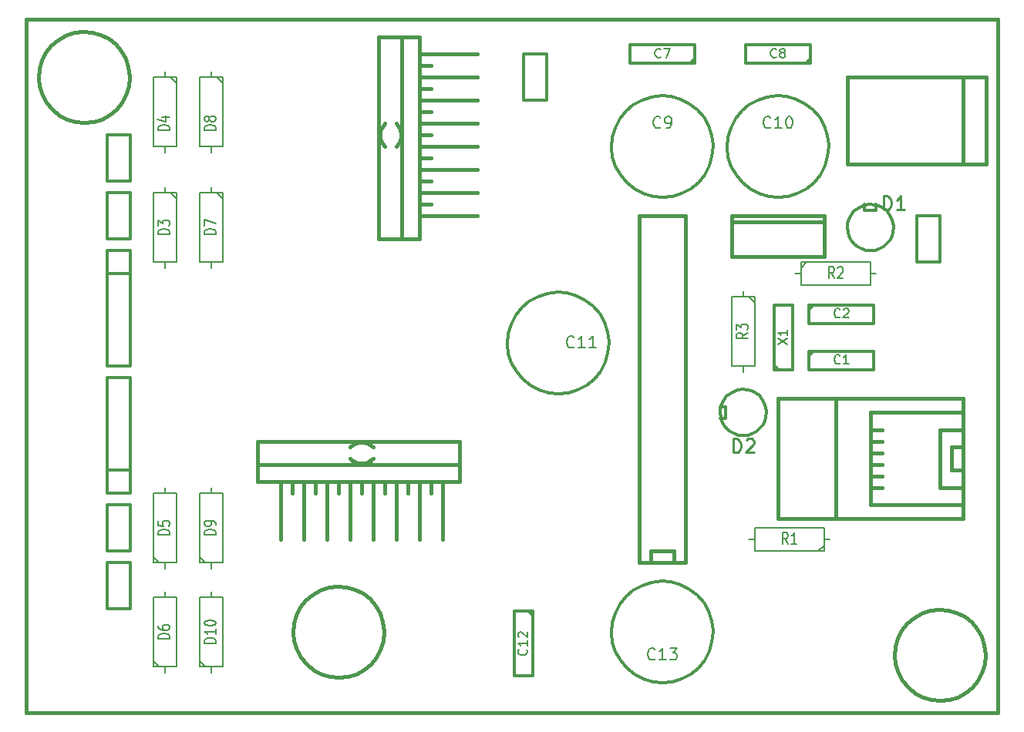
<source format=gto>
G04 (created by PCBNEW-RS274X (20100406 SVN-R2508)-final) date 07/03/2016 07:58:10*
G01*
G70*
G90*
%MOIN*%
G04 Gerber Fmt 3.4, Leading zero omitted, Abs format*
%FSLAX34Y34*%
G04 APERTURE LIST*
%ADD10C,0.006000*%
%ADD11C,0.015000*%
%ADD12C,0.012000*%
%ADD13C,0.005000*%
%ADD14C,0.006700*%
%ADD15C,0.008300*%
%ADD16C,0.010000*%
G04 APERTURE END LIST*
G54D10*
G54D11*
X12000Y-45500D02*
X11000Y-45500D01*
X11000Y-15500D02*
X12000Y-15500D01*
X53000Y-45500D02*
X53000Y-15500D01*
X12000Y-45500D02*
X53000Y-45500D01*
X11000Y-15500D02*
X11000Y-45500D01*
X53000Y-15500D02*
X12000Y-15500D01*
X51500Y-21750D02*
X51500Y-18000D01*
X52500Y-21750D02*
X52500Y-18000D01*
X46500Y-21750D02*
X46500Y-18000D01*
X46500Y-21750D02*
X52500Y-21750D01*
X52500Y-18000D02*
X46500Y-18000D01*
X52500Y-18000D02*
X46500Y-18000D01*
G54D12*
X32900Y-41100D02*
X32900Y-43900D01*
X32900Y-43900D02*
X32100Y-43900D01*
X32100Y-43900D02*
X32100Y-41100D01*
X32100Y-41100D02*
X32900Y-41100D01*
X32700Y-41100D02*
X32900Y-41300D01*
X44900Y-17400D02*
X42100Y-17400D01*
X42100Y-17400D02*
X42100Y-16600D01*
X42100Y-16600D02*
X44900Y-16600D01*
X44900Y-16600D02*
X44900Y-17400D01*
X44900Y-17200D02*
X44700Y-17400D01*
X43350Y-30650D02*
X43350Y-27850D01*
X43350Y-27850D02*
X44150Y-27850D01*
X44150Y-27850D02*
X44150Y-30650D01*
X44150Y-30650D02*
X43350Y-30650D01*
X43550Y-30650D02*
X43350Y-30450D01*
X39900Y-17400D02*
X37100Y-17400D01*
X37100Y-17400D02*
X37100Y-16600D01*
X37100Y-16600D02*
X39900Y-16600D01*
X39900Y-16600D02*
X39900Y-17400D01*
X39900Y-17200D02*
X39700Y-17400D01*
X44850Y-27850D02*
X47650Y-27850D01*
X47650Y-27850D02*
X47650Y-28650D01*
X47650Y-28650D02*
X44850Y-28650D01*
X44850Y-28650D02*
X44850Y-27850D01*
X44850Y-28050D02*
X45050Y-27850D01*
X44850Y-29850D02*
X47650Y-29850D01*
X47650Y-29850D02*
X47650Y-30650D01*
X47650Y-30650D02*
X44850Y-30650D01*
X44850Y-30650D02*
X44850Y-29850D01*
X44850Y-30050D02*
X45050Y-29850D01*
X40695Y-42000D02*
X40653Y-42426D01*
X40529Y-42836D01*
X40328Y-43214D01*
X40057Y-43546D01*
X39727Y-43819D01*
X39350Y-44023D01*
X38941Y-44150D01*
X38515Y-44194D01*
X38089Y-44156D01*
X37678Y-44035D01*
X37299Y-43836D01*
X36965Y-43568D01*
X36689Y-43240D01*
X36483Y-42864D01*
X36353Y-42456D01*
X36306Y-42030D01*
X36342Y-41604D01*
X36460Y-41192D01*
X36655Y-40811D01*
X36922Y-40476D01*
X37248Y-40198D01*
X37622Y-39989D01*
X38029Y-39857D01*
X38455Y-39806D01*
X38881Y-39839D01*
X39293Y-39954D01*
X39676Y-40147D01*
X40013Y-40411D01*
X40293Y-40735D01*
X40505Y-41108D01*
X40640Y-41514D01*
X40694Y-41939D01*
X40695Y-42000D01*
X40695Y-21000D02*
X40653Y-21426D01*
X40529Y-21836D01*
X40328Y-22214D01*
X40057Y-22546D01*
X39727Y-22819D01*
X39350Y-23023D01*
X38941Y-23150D01*
X38515Y-23194D01*
X38089Y-23156D01*
X37678Y-23035D01*
X37299Y-22836D01*
X36965Y-22568D01*
X36689Y-22240D01*
X36483Y-21864D01*
X36353Y-21456D01*
X36306Y-21030D01*
X36342Y-20604D01*
X36460Y-20192D01*
X36655Y-19811D01*
X36922Y-19476D01*
X37248Y-19198D01*
X37622Y-18989D01*
X38029Y-18857D01*
X38455Y-18806D01*
X38881Y-18839D01*
X39293Y-18954D01*
X39676Y-19147D01*
X40013Y-19411D01*
X40293Y-19735D01*
X40505Y-20108D01*
X40640Y-20514D01*
X40694Y-20939D01*
X40695Y-21000D01*
X45695Y-21000D02*
X45653Y-21426D01*
X45529Y-21836D01*
X45328Y-22214D01*
X45057Y-22546D01*
X44727Y-22819D01*
X44350Y-23023D01*
X43941Y-23150D01*
X43515Y-23194D01*
X43089Y-23156D01*
X42678Y-23035D01*
X42299Y-22836D01*
X41965Y-22568D01*
X41689Y-22240D01*
X41483Y-21864D01*
X41353Y-21456D01*
X41306Y-21030D01*
X41342Y-20604D01*
X41460Y-20192D01*
X41655Y-19811D01*
X41922Y-19476D01*
X42248Y-19198D01*
X42622Y-18989D01*
X43029Y-18857D01*
X43455Y-18806D01*
X43881Y-18839D01*
X44293Y-18954D01*
X44676Y-19147D01*
X45013Y-19411D01*
X45293Y-19735D01*
X45505Y-20108D01*
X45640Y-20514D01*
X45694Y-20939D01*
X45695Y-21000D01*
X36195Y-29500D02*
X36153Y-29926D01*
X36029Y-30336D01*
X35828Y-30714D01*
X35557Y-31046D01*
X35227Y-31319D01*
X34850Y-31523D01*
X34441Y-31650D01*
X34015Y-31694D01*
X33589Y-31656D01*
X33178Y-31535D01*
X32799Y-31336D01*
X32465Y-31068D01*
X32189Y-30740D01*
X31983Y-30364D01*
X31853Y-29956D01*
X31806Y-29530D01*
X31842Y-29104D01*
X31960Y-28692D01*
X32155Y-28311D01*
X32422Y-27976D01*
X32748Y-27698D01*
X33122Y-27489D01*
X33529Y-27357D01*
X33955Y-27306D01*
X34381Y-27339D01*
X34793Y-27454D01*
X35176Y-27647D01*
X35513Y-27911D01*
X35793Y-28235D01*
X36005Y-28608D01*
X36140Y-29014D01*
X36194Y-29439D01*
X36195Y-29500D01*
G54D11*
X37500Y-39000D02*
X37500Y-24000D01*
X37500Y-24000D02*
X39500Y-24000D01*
X39500Y-24000D02*
X39500Y-39000D01*
X39500Y-39000D02*
X37500Y-39000D01*
X38000Y-39000D02*
X38000Y-38500D01*
X38000Y-38500D02*
X39000Y-38500D01*
X39000Y-38500D02*
X39000Y-39000D01*
G54D12*
X43000Y-32500D02*
X42980Y-32694D01*
X42924Y-32881D01*
X42832Y-33053D01*
X42709Y-33204D01*
X42559Y-33329D01*
X42387Y-33421D01*
X42201Y-33479D01*
X42006Y-33499D01*
X41813Y-33482D01*
X41626Y-33427D01*
X41453Y-33336D01*
X41301Y-33214D01*
X41175Y-33064D01*
X41081Y-32893D01*
X41022Y-32707D01*
X41001Y-32513D01*
X41017Y-32320D01*
X41071Y-32132D01*
X41160Y-31959D01*
X41281Y-31806D01*
X41430Y-31679D01*
X41600Y-31584D01*
X41786Y-31524D01*
X41980Y-31501D01*
X42173Y-31516D01*
X42361Y-31568D01*
X42535Y-31656D01*
X42689Y-31776D01*
X42817Y-31924D01*
X42913Y-32094D01*
X42975Y-32279D01*
X42999Y-32473D01*
X43000Y-32500D01*
X41000Y-32750D02*
X41250Y-32750D01*
X41250Y-32750D02*
X41250Y-32250D01*
X41250Y-32250D02*
X41000Y-32250D01*
X48500Y-24500D02*
X48480Y-24694D01*
X48424Y-24881D01*
X48332Y-25053D01*
X48209Y-25204D01*
X48059Y-25329D01*
X47887Y-25421D01*
X47701Y-25479D01*
X47506Y-25499D01*
X47313Y-25482D01*
X47126Y-25427D01*
X46953Y-25336D01*
X46801Y-25214D01*
X46675Y-25064D01*
X46581Y-24893D01*
X46522Y-24707D01*
X46501Y-24513D01*
X46517Y-24320D01*
X46571Y-24132D01*
X46660Y-23959D01*
X46781Y-23806D01*
X46930Y-23679D01*
X47100Y-23584D01*
X47286Y-23524D01*
X47480Y-23501D01*
X47673Y-23516D01*
X47861Y-23568D01*
X48035Y-23656D01*
X48189Y-23776D01*
X48317Y-23924D01*
X48413Y-24094D01*
X48475Y-24279D01*
X48499Y-24473D01*
X48500Y-24500D01*
X47250Y-23500D02*
X47250Y-23750D01*
X47250Y-23750D02*
X47750Y-23750D01*
X47750Y-23750D02*
X47750Y-23500D01*
G54D11*
X30500Y-19000D02*
X28000Y-19000D01*
X30500Y-20000D02*
X28000Y-20000D01*
X30500Y-21000D02*
X28000Y-21000D01*
X30500Y-22000D02*
X28000Y-22000D01*
X28000Y-21500D02*
X28500Y-21500D01*
X28000Y-20500D02*
X28500Y-20500D01*
X28000Y-19500D02*
X28500Y-19500D01*
X28000Y-25000D02*
X26250Y-25000D01*
X28000Y-16250D02*
X26250Y-16250D01*
X28000Y-18500D02*
X28500Y-18500D01*
X30500Y-18000D02*
X28000Y-18000D01*
X28500Y-17500D02*
X28000Y-17500D01*
X28000Y-17000D02*
X30500Y-17000D01*
X28500Y-22500D02*
X28000Y-22500D01*
X28000Y-24000D02*
X30500Y-24000D01*
X28000Y-23000D02*
X30500Y-23000D01*
X28000Y-23500D02*
X28500Y-23500D01*
X28000Y-16250D02*
X28000Y-25000D01*
X27250Y-16250D02*
X27250Y-25000D01*
X26250Y-25000D02*
X26250Y-16250D01*
X26999Y-20999D02*
X27041Y-20954D01*
X27079Y-20905D01*
X27112Y-20853D01*
X27140Y-20798D01*
X27164Y-20741D01*
X27182Y-20682D01*
X27196Y-20622D01*
X27204Y-20561D01*
X27207Y-20500D01*
X27204Y-20439D01*
X27196Y-20378D01*
X27182Y-20318D01*
X27164Y-20259D01*
X27140Y-20202D01*
X27112Y-20147D01*
X27079Y-20095D01*
X27041Y-20046D01*
X26999Y-20001D01*
X26501Y-20001D02*
X26459Y-20046D01*
X26421Y-20095D01*
X26388Y-20147D01*
X26360Y-20202D01*
X26336Y-20259D01*
X26318Y-20318D01*
X26304Y-20378D01*
X26296Y-20439D01*
X26293Y-20500D01*
X26296Y-20561D01*
X26304Y-20622D01*
X26318Y-20682D01*
X26336Y-20741D01*
X26360Y-20798D01*
X26388Y-20853D01*
X26421Y-20905D01*
X26459Y-20954D01*
X26501Y-20999D01*
X27000Y-38000D02*
X27000Y-35500D01*
X26000Y-38000D02*
X26000Y-35500D01*
X25000Y-38000D02*
X25000Y-35500D01*
X24000Y-38000D02*
X24000Y-35500D01*
X24500Y-35500D02*
X24500Y-36000D01*
X25500Y-35500D02*
X25500Y-36000D01*
X26500Y-35500D02*
X26500Y-36000D01*
X21000Y-35500D02*
X21000Y-33750D01*
X29750Y-35500D02*
X29750Y-33750D01*
X27500Y-35500D02*
X27500Y-36000D01*
X28000Y-38000D02*
X28000Y-35500D01*
X28500Y-36000D02*
X28500Y-35500D01*
X29000Y-35500D02*
X29000Y-38000D01*
X23500Y-36000D02*
X23500Y-35500D01*
X22000Y-35500D02*
X22000Y-38000D01*
X23000Y-35500D02*
X23000Y-38000D01*
X22500Y-35500D02*
X22500Y-36000D01*
X29750Y-35500D02*
X21000Y-35500D01*
X29750Y-34750D02*
X21000Y-34750D01*
X21000Y-33750D02*
X29750Y-33750D01*
X25001Y-34499D02*
X25046Y-34541D01*
X25095Y-34579D01*
X25147Y-34612D01*
X25202Y-34640D01*
X25259Y-34664D01*
X25318Y-34682D01*
X25378Y-34696D01*
X25439Y-34704D01*
X25500Y-34707D01*
X25561Y-34704D01*
X25622Y-34696D01*
X25682Y-34682D01*
X25741Y-34664D01*
X25798Y-34640D01*
X25853Y-34612D01*
X25905Y-34579D01*
X25954Y-34541D01*
X25999Y-34499D01*
X25999Y-34001D02*
X25954Y-33959D01*
X25905Y-33921D01*
X25853Y-33888D01*
X25798Y-33860D01*
X25741Y-33836D01*
X25682Y-33818D01*
X25622Y-33804D01*
X25561Y-33796D01*
X25500Y-33793D01*
X25439Y-33796D01*
X25378Y-33804D01*
X25318Y-33818D01*
X25259Y-33836D01*
X25202Y-33860D01*
X25147Y-33888D01*
X25095Y-33921D01*
X25046Y-33959D01*
X25001Y-34001D01*
G54D13*
X18750Y-43500D02*
X19500Y-43500D01*
X19500Y-43500D02*
X19500Y-40500D01*
X19500Y-40500D02*
X18500Y-40500D01*
X18500Y-40500D02*
X18500Y-43500D01*
X18500Y-43500D02*
X18750Y-43500D01*
X19000Y-43750D02*
X19000Y-43500D01*
X19000Y-40500D02*
X19000Y-40250D01*
X18750Y-43500D02*
X18500Y-43250D01*
X18750Y-39000D02*
X19500Y-39000D01*
X19500Y-39000D02*
X19500Y-36000D01*
X19500Y-36000D02*
X18500Y-36000D01*
X18500Y-36000D02*
X18500Y-39000D01*
X18500Y-39000D02*
X18750Y-39000D01*
X19000Y-39250D02*
X19000Y-39000D01*
X19000Y-36000D02*
X19000Y-35750D01*
X18750Y-39000D02*
X18500Y-38750D01*
X19250Y-18000D02*
X18500Y-18000D01*
X18500Y-18000D02*
X18500Y-21000D01*
X18500Y-21000D02*
X19500Y-21000D01*
X19500Y-21000D02*
X19500Y-18000D01*
X19500Y-18000D02*
X19250Y-18000D01*
X19000Y-17750D02*
X19000Y-18000D01*
X19000Y-21000D02*
X19000Y-21250D01*
X19250Y-18000D02*
X19500Y-18250D01*
X19250Y-23000D02*
X18500Y-23000D01*
X18500Y-23000D02*
X18500Y-26000D01*
X18500Y-26000D02*
X19500Y-26000D01*
X19500Y-26000D02*
X19500Y-23000D01*
X19500Y-23000D02*
X19250Y-23000D01*
X19000Y-22750D02*
X19000Y-23000D01*
X19000Y-26000D02*
X19000Y-26250D01*
X19250Y-23000D02*
X19500Y-23250D01*
X16750Y-43500D02*
X17500Y-43500D01*
X17500Y-43500D02*
X17500Y-40500D01*
X17500Y-40500D02*
X16500Y-40500D01*
X16500Y-40500D02*
X16500Y-43500D01*
X16500Y-43500D02*
X16750Y-43500D01*
X17000Y-43750D02*
X17000Y-43500D01*
X17000Y-40500D02*
X17000Y-40250D01*
X16750Y-43500D02*
X16500Y-43250D01*
X16750Y-39000D02*
X17500Y-39000D01*
X17500Y-39000D02*
X17500Y-36000D01*
X17500Y-36000D02*
X16500Y-36000D01*
X16500Y-36000D02*
X16500Y-39000D01*
X16500Y-39000D02*
X16750Y-39000D01*
X17000Y-39250D02*
X17000Y-39000D01*
X17000Y-36000D02*
X17000Y-35750D01*
X16750Y-39000D02*
X16500Y-38750D01*
X17250Y-18000D02*
X16500Y-18000D01*
X16500Y-18000D02*
X16500Y-21000D01*
X16500Y-21000D02*
X17500Y-21000D01*
X17500Y-21000D02*
X17500Y-18000D01*
X17500Y-18000D02*
X17250Y-18000D01*
X17000Y-17750D02*
X17000Y-18000D01*
X17000Y-21000D02*
X17000Y-21250D01*
X17250Y-18000D02*
X17500Y-18250D01*
X17250Y-23000D02*
X16500Y-23000D01*
X16500Y-23000D02*
X16500Y-26000D01*
X16500Y-26000D02*
X17500Y-26000D01*
X17500Y-26000D02*
X17500Y-23000D01*
X17500Y-23000D02*
X17250Y-23000D01*
X17000Y-22750D02*
X17000Y-23000D01*
X17000Y-26000D02*
X17000Y-26250D01*
X17250Y-23000D02*
X17500Y-23250D01*
X42250Y-27500D02*
X41500Y-27500D01*
X41500Y-27500D02*
X41500Y-30500D01*
X41500Y-30500D02*
X42500Y-30500D01*
X42500Y-30500D02*
X42500Y-27500D01*
X42500Y-27500D02*
X42250Y-27500D01*
X42000Y-27250D02*
X42000Y-27500D01*
X42000Y-30500D02*
X42000Y-30750D01*
X42250Y-27500D02*
X42500Y-27750D01*
X44500Y-26250D02*
X44500Y-27000D01*
X44500Y-27000D02*
X47500Y-27000D01*
X47500Y-27000D02*
X47500Y-26000D01*
X47500Y-26000D02*
X44500Y-26000D01*
X44500Y-26000D02*
X44500Y-26250D01*
X44250Y-26500D02*
X44500Y-26500D01*
X47500Y-26500D02*
X47750Y-26500D01*
X44500Y-26250D02*
X44750Y-26000D01*
X45500Y-38250D02*
X45500Y-37500D01*
X45500Y-37500D02*
X42500Y-37500D01*
X42500Y-37500D02*
X42500Y-38500D01*
X42500Y-38500D02*
X45500Y-38500D01*
X45500Y-38500D02*
X45500Y-38250D01*
X45750Y-38000D02*
X45500Y-38000D01*
X42500Y-38000D02*
X42250Y-38000D01*
X45500Y-38250D02*
X45250Y-38500D01*
G54D11*
X46000Y-31900D02*
X46000Y-37100D01*
X43500Y-31900D02*
X51500Y-31900D01*
X43500Y-31900D02*
X43500Y-37100D01*
X43500Y-37100D02*
X51500Y-37100D01*
X51500Y-37100D02*
X51500Y-31900D01*
X51500Y-33250D02*
X50500Y-33250D01*
X50500Y-33250D02*
X50500Y-35750D01*
X50500Y-35750D02*
X51500Y-35750D01*
X49500Y-32500D02*
X47500Y-32500D01*
X49500Y-36500D02*
X47500Y-36500D01*
X47500Y-35750D02*
X48000Y-35750D01*
X47500Y-33250D02*
X48000Y-33250D01*
X47500Y-33750D02*
X48000Y-33750D01*
X47500Y-34250D02*
X48000Y-34250D01*
X47500Y-35250D02*
X48000Y-35250D01*
X47500Y-34750D02*
X48000Y-34750D01*
X51500Y-32500D02*
X49500Y-32500D01*
X47500Y-32500D02*
X47500Y-36000D01*
X47500Y-36000D02*
X47500Y-36500D01*
X49500Y-36500D02*
X51500Y-36500D01*
X51500Y-34000D02*
X51000Y-34000D01*
X51000Y-34000D02*
X51000Y-35000D01*
X51000Y-35000D02*
X51500Y-35000D01*
G54D12*
X15500Y-22500D02*
X14500Y-22500D01*
X14500Y-22500D02*
X14500Y-20500D01*
X14500Y-20500D02*
X15500Y-20500D01*
X15500Y-20500D02*
X15500Y-22500D01*
X14500Y-23000D02*
X15500Y-23000D01*
X15500Y-23000D02*
X15500Y-25000D01*
X15500Y-25000D02*
X14500Y-25000D01*
X14500Y-25000D02*
X14500Y-23000D01*
X15500Y-38500D02*
X14500Y-38500D01*
X14500Y-38500D02*
X14500Y-36500D01*
X14500Y-36500D02*
X15500Y-36500D01*
X15500Y-36500D02*
X15500Y-38500D01*
X50500Y-26000D02*
X49500Y-26000D01*
X49500Y-26000D02*
X49500Y-24000D01*
X49500Y-24000D02*
X50500Y-24000D01*
X50500Y-24000D02*
X50500Y-26000D01*
X32500Y-17000D02*
X33500Y-17000D01*
X33500Y-17000D02*
X33500Y-19000D01*
X33500Y-19000D02*
X32500Y-19000D01*
X32500Y-19000D02*
X32500Y-17000D01*
X14500Y-39000D02*
X15500Y-39000D01*
X15500Y-39000D02*
X15500Y-41000D01*
X15500Y-41000D02*
X14500Y-41000D01*
X14500Y-41000D02*
X14500Y-39000D01*
X14500Y-25500D02*
X15500Y-25500D01*
X15500Y-25500D02*
X15500Y-30500D01*
X15500Y-30500D02*
X14500Y-30500D01*
X14500Y-30500D02*
X14500Y-25500D01*
X14500Y-26500D02*
X15500Y-26500D01*
X15500Y-36000D02*
X14500Y-36000D01*
X14500Y-36000D02*
X14500Y-31000D01*
X14500Y-31000D02*
X15500Y-31000D01*
X15500Y-31000D02*
X15500Y-36000D01*
X15500Y-35000D02*
X14500Y-35000D01*
G54D11*
X41500Y-24250D02*
X41500Y-24000D01*
X41500Y-24000D02*
X45500Y-24000D01*
X45500Y-24000D02*
X45500Y-24250D01*
X41500Y-25750D02*
X41500Y-24250D01*
X41500Y-24250D02*
X45500Y-24250D01*
X45500Y-24250D02*
X45500Y-25750D01*
X45500Y-25750D02*
X41500Y-25750D01*
X52469Y-43000D02*
X52431Y-43382D01*
X52320Y-43750D01*
X52140Y-44089D01*
X51897Y-44387D01*
X51601Y-44632D01*
X51263Y-44815D01*
X50895Y-44928D01*
X50513Y-44968D01*
X50132Y-44934D01*
X49763Y-44825D01*
X49422Y-44647D01*
X49123Y-44406D01*
X48876Y-44112D01*
X48691Y-43775D01*
X48575Y-43409D01*
X48532Y-43027D01*
X48564Y-42645D01*
X48670Y-42276D01*
X48845Y-41934D01*
X49084Y-41633D01*
X49377Y-41384D01*
X49712Y-41196D01*
X50078Y-41077D01*
X50459Y-41032D01*
X50841Y-41061D01*
X51212Y-41165D01*
X51555Y-41338D01*
X51857Y-41575D01*
X52108Y-41866D01*
X52298Y-42200D01*
X52420Y-42564D01*
X52468Y-42946D01*
X52469Y-43000D01*
X26469Y-42000D02*
X26431Y-42382D01*
X26320Y-42750D01*
X26140Y-43089D01*
X25897Y-43387D01*
X25601Y-43632D01*
X25263Y-43815D01*
X24895Y-43928D01*
X24513Y-43968D01*
X24132Y-43934D01*
X23763Y-43825D01*
X23422Y-43647D01*
X23123Y-43406D01*
X22876Y-43112D01*
X22691Y-42775D01*
X22575Y-42409D01*
X22532Y-42027D01*
X22564Y-41645D01*
X22670Y-41276D01*
X22845Y-40934D01*
X23084Y-40633D01*
X23377Y-40384D01*
X23712Y-40196D01*
X24078Y-40077D01*
X24459Y-40032D01*
X24841Y-40061D01*
X25212Y-40165D01*
X25555Y-40338D01*
X25857Y-40575D01*
X26108Y-40866D01*
X26298Y-41200D01*
X26420Y-41564D01*
X26468Y-41946D01*
X26469Y-42000D01*
X15469Y-18000D02*
X15431Y-18382D01*
X15320Y-18750D01*
X15140Y-19089D01*
X14897Y-19387D01*
X14601Y-19632D01*
X14263Y-19815D01*
X13895Y-19928D01*
X13513Y-19968D01*
X13132Y-19934D01*
X12763Y-19825D01*
X12422Y-19647D01*
X12123Y-19406D01*
X11876Y-19112D01*
X11691Y-18775D01*
X11575Y-18409D01*
X11532Y-18027D01*
X11564Y-17645D01*
X11670Y-17276D01*
X11845Y-16934D01*
X12084Y-16633D01*
X12377Y-16384D01*
X12712Y-16196D01*
X13078Y-16077D01*
X13459Y-16032D01*
X13841Y-16061D01*
X14212Y-16165D01*
X14555Y-16338D01*
X14857Y-16575D01*
X15108Y-16866D01*
X15298Y-17200D01*
X15420Y-17564D01*
X15468Y-17946D01*
X15469Y-18000D01*
G54D14*
X32624Y-42757D02*
X32643Y-42776D01*
X32662Y-42833D01*
X32662Y-42871D01*
X32643Y-42929D01*
X32605Y-42967D01*
X32567Y-42986D01*
X32490Y-43005D01*
X32433Y-43005D01*
X32357Y-42986D01*
X32319Y-42967D01*
X32281Y-42929D01*
X32262Y-42871D01*
X32262Y-42833D01*
X32281Y-42776D01*
X32300Y-42757D01*
X32662Y-42376D02*
X32662Y-42605D01*
X32662Y-42491D02*
X32262Y-42491D01*
X32319Y-42529D01*
X32357Y-42567D01*
X32376Y-42605D01*
X32300Y-42224D02*
X32281Y-42205D01*
X32262Y-42167D01*
X32262Y-42071D01*
X32281Y-42033D01*
X32300Y-42014D01*
X32338Y-41995D01*
X32376Y-41995D01*
X32433Y-42014D01*
X32662Y-42243D01*
X32662Y-41995D01*
X43434Y-17124D02*
X43415Y-17143D01*
X43358Y-17162D01*
X43320Y-17162D01*
X43262Y-17143D01*
X43224Y-17105D01*
X43205Y-17067D01*
X43186Y-16990D01*
X43186Y-16933D01*
X43205Y-16857D01*
X43224Y-16819D01*
X43262Y-16781D01*
X43320Y-16762D01*
X43358Y-16762D01*
X43415Y-16781D01*
X43434Y-16800D01*
X43662Y-16933D02*
X43624Y-16914D01*
X43605Y-16895D01*
X43586Y-16857D01*
X43586Y-16838D01*
X43605Y-16800D01*
X43624Y-16781D01*
X43662Y-16762D01*
X43739Y-16762D01*
X43777Y-16781D01*
X43796Y-16800D01*
X43815Y-16838D01*
X43815Y-16857D01*
X43796Y-16895D01*
X43777Y-16914D01*
X43739Y-16933D01*
X43662Y-16933D01*
X43624Y-16952D01*
X43605Y-16971D01*
X43586Y-17010D01*
X43586Y-17086D01*
X43605Y-17124D01*
X43624Y-17143D01*
X43662Y-17162D01*
X43739Y-17162D01*
X43777Y-17143D01*
X43796Y-17124D01*
X43815Y-17086D01*
X43815Y-17010D01*
X43796Y-16971D01*
X43777Y-16952D01*
X43739Y-16933D01*
X43512Y-29574D02*
X43912Y-29307D01*
X43512Y-29307D02*
X43912Y-29574D01*
X43912Y-28945D02*
X43912Y-29174D01*
X43912Y-29060D02*
X43512Y-29060D01*
X43569Y-29098D01*
X43607Y-29136D01*
X43626Y-29174D01*
X38434Y-17124D02*
X38415Y-17143D01*
X38358Y-17162D01*
X38320Y-17162D01*
X38262Y-17143D01*
X38224Y-17105D01*
X38205Y-17067D01*
X38186Y-16990D01*
X38186Y-16933D01*
X38205Y-16857D01*
X38224Y-16819D01*
X38262Y-16781D01*
X38320Y-16762D01*
X38358Y-16762D01*
X38415Y-16781D01*
X38434Y-16800D01*
X38567Y-16762D02*
X38834Y-16762D01*
X38662Y-17162D01*
X46184Y-28374D02*
X46165Y-28393D01*
X46108Y-28412D01*
X46070Y-28412D01*
X46012Y-28393D01*
X45974Y-28355D01*
X45955Y-28317D01*
X45936Y-28240D01*
X45936Y-28183D01*
X45955Y-28107D01*
X45974Y-28069D01*
X46012Y-28031D01*
X46070Y-28012D01*
X46108Y-28012D01*
X46165Y-28031D01*
X46184Y-28050D01*
X46336Y-28050D02*
X46355Y-28031D01*
X46393Y-28012D01*
X46489Y-28012D01*
X46527Y-28031D01*
X46546Y-28050D01*
X46565Y-28088D01*
X46565Y-28126D01*
X46546Y-28183D01*
X46317Y-28412D01*
X46565Y-28412D01*
X46184Y-30374D02*
X46165Y-30393D01*
X46108Y-30412D01*
X46070Y-30412D01*
X46012Y-30393D01*
X45974Y-30355D01*
X45955Y-30317D01*
X45936Y-30240D01*
X45936Y-30183D01*
X45955Y-30107D01*
X45974Y-30069D01*
X46012Y-30031D01*
X46070Y-30012D01*
X46108Y-30012D01*
X46165Y-30031D01*
X46184Y-30050D01*
X46565Y-30412D02*
X46336Y-30412D01*
X46450Y-30412D02*
X46450Y-30012D01*
X46412Y-30069D01*
X46374Y-30107D01*
X46336Y-30126D01*
G54D15*
X38179Y-43155D02*
X38155Y-43179D01*
X38084Y-43202D01*
X38036Y-43202D01*
X37964Y-43179D01*
X37917Y-43131D01*
X37893Y-43083D01*
X37869Y-42988D01*
X37869Y-42917D01*
X37893Y-42821D01*
X37917Y-42774D01*
X37964Y-42726D01*
X38036Y-42702D01*
X38084Y-42702D01*
X38155Y-42726D01*
X38179Y-42750D01*
X38655Y-43202D02*
X38369Y-43202D01*
X38512Y-43202D02*
X38512Y-42702D01*
X38464Y-42774D01*
X38417Y-42821D01*
X38369Y-42845D01*
X38821Y-42702D02*
X39131Y-42702D01*
X38964Y-42893D01*
X39036Y-42893D01*
X39083Y-42917D01*
X39107Y-42940D01*
X39131Y-42988D01*
X39131Y-43107D01*
X39107Y-43155D01*
X39083Y-43179D01*
X39036Y-43202D01*
X38893Y-43202D01*
X38845Y-43179D01*
X38821Y-43155D01*
X38417Y-20155D02*
X38393Y-20179D01*
X38322Y-20202D01*
X38274Y-20202D01*
X38202Y-20179D01*
X38155Y-20131D01*
X38131Y-20083D01*
X38107Y-19988D01*
X38107Y-19917D01*
X38131Y-19821D01*
X38155Y-19774D01*
X38202Y-19726D01*
X38274Y-19702D01*
X38322Y-19702D01*
X38393Y-19726D01*
X38417Y-19750D01*
X38655Y-20202D02*
X38750Y-20202D01*
X38798Y-20179D01*
X38822Y-20155D01*
X38869Y-20083D01*
X38893Y-19988D01*
X38893Y-19798D01*
X38869Y-19750D01*
X38845Y-19726D01*
X38798Y-19702D01*
X38702Y-19702D01*
X38655Y-19726D01*
X38631Y-19750D01*
X38607Y-19798D01*
X38607Y-19917D01*
X38631Y-19964D01*
X38655Y-19988D01*
X38702Y-20012D01*
X38798Y-20012D01*
X38845Y-19988D01*
X38869Y-19964D01*
X38893Y-19917D01*
X43179Y-20155D02*
X43155Y-20179D01*
X43084Y-20202D01*
X43036Y-20202D01*
X42964Y-20179D01*
X42917Y-20131D01*
X42893Y-20083D01*
X42869Y-19988D01*
X42869Y-19917D01*
X42893Y-19821D01*
X42917Y-19774D01*
X42964Y-19726D01*
X43036Y-19702D01*
X43084Y-19702D01*
X43155Y-19726D01*
X43179Y-19750D01*
X43655Y-20202D02*
X43369Y-20202D01*
X43512Y-20202D02*
X43512Y-19702D01*
X43464Y-19774D01*
X43417Y-19821D01*
X43369Y-19845D01*
X43964Y-19702D02*
X44012Y-19702D01*
X44060Y-19726D01*
X44083Y-19750D01*
X44107Y-19798D01*
X44131Y-19893D01*
X44131Y-20012D01*
X44107Y-20107D01*
X44083Y-20155D01*
X44060Y-20179D01*
X44012Y-20202D01*
X43964Y-20202D01*
X43917Y-20179D01*
X43893Y-20155D01*
X43869Y-20107D01*
X43845Y-20012D01*
X43845Y-19893D01*
X43869Y-19798D01*
X43893Y-19750D01*
X43917Y-19726D01*
X43964Y-19702D01*
X34679Y-29655D02*
X34655Y-29679D01*
X34584Y-29702D01*
X34536Y-29702D01*
X34464Y-29679D01*
X34417Y-29631D01*
X34393Y-29583D01*
X34369Y-29488D01*
X34369Y-29417D01*
X34393Y-29321D01*
X34417Y-29274D01*
X34464Y-29226D01*
X34536Y-29202D01*
X34584Y-29202D01*
X34655Y-29226D01*
X34679Y-29250D01*
X35155Y-29702D02*
X34869Y-29702D01*
X35012Y-29702D02*
X35012Y-29202D01*
X34964Y-29274D01*
X34917Y-29321D01*
X34869Y-29345D01*
X35631Y-29702D02*
X35345Y-29702D01*
X35488Y-29702D02*
X35488Y-29202D01*
X35440Y-29274D01*
X35393Y-29321D01*
X35345Y-29345D01*
G54D16*
X41558Y-34243D02*
X41558Y-33643D01*
X41701Y-33643D01*
X41786Y-33671D01*
X41844Y-33729D01*
X41872Y-33786D01*
X41901Y-33900D01*
X41901Y-33986D01*
X41872Y-34100D01*
X41844Y-34157D01*
X41786Y-34214D01*
X41701Y-34243D01*
X41558Y-34243D01*
X42129Y-33700D02*
X42158Y-33671D01*
X42215Y-33643D01*
X42358Y-33643D01*
X42415Y-33671D01*
X42444Y-33700D01*
X42472Y-33757D01*
X42472Y-33814D01*
X42444Y-33900D01*
X42101Y-34243D01*
X42472Y-34243D01*
X48058Y-23743D02*
X48058Y-23143D01*
X48201Y-23143D01*
X48286Y-23171D01*
X48344Y-23229D01*
X48372Y-23286D01*
X48401Y-23400D01*
X48401Y-23486D01*
X48372Y-23600D01*
X48344Y-23657D01*
X48286Y-23714D01*
X48201Y-23743D01*
X48058Y-23743D01*
X48972Y-23743D02*
X48629Y-23743D01*
X48801Y-23743D02*
X48801Y-23143D01*
X48744Y-23229D01*
X48686Y-23286D01*
X48629Y-23314D01*
G54D10*
X19202Y-42486D02*
X18702Y-42486D01*
X18702Y-42391D01*
X18726Y-42333D01*
X18774Y-42295D01*
X18821Y-42276D01*
X18917Y-42257D01*
X18988Y-42257D01*
X19083Y-42276D01*
X19131Y-42295D01*
X19179Y-42333D01*
X19202Y-42391D01*
X19202Y-42486D01*
X19202Y-41876D02*
X19202Y-42105D01*
X19202Y-41991D02*
X18702Y-41991D01*
X18774Y-42029D01*
X18821Y-42067D01*
X18845Y-42105D01*
X18702Y-41629D02*
X18702Y-41590D01*
X18726Y-41552D01*
X18750Y-41533D01*
X18798Y-41514D01*
X18893Y-41495D01*
X19012Y-41495D01*
X19107Y-41514D01*
X19155Y-41533D01*
X19179Y-41552D01*
X19202Y-41590D01*
X19202Y-41629D01*
X19179Y-41667D01*
X19155Y-41686D01*
X19107Y-41705D01*
X19012Y-41724D01*
X18893Y-41724D01*
X18798Y-41705D01*
X18750Y-41686D01*
X18726Y-41667D01*
X18702Y-41629D01*
X19202Y-37795D02*
X18702Y-37795D01*
X18702Y-37700D01*
X18726Y-37642D01*
X18774Y-37604D01*
X18821Y-37585D01*
X18917Y-37566D01*
X18988Y-37566D01*
X19083Y-37585D01*
X19131Y-37604D01*
X19179Y-37642D01*
X19202Y-37700D01*
X19202Y-37795D01*
X19202Y-37376D02*
X19202Y-37300D01*
X19179Y-37261D01*
X19155Y-37242D01*
X19083Y-37204D01*
X18988Y-37185D01*
X18798Y-37185D01*
X18750Y-37204D01*
X18726Y-37223D01*
X18702Y-37261D01*
X18702Y-37338D01*
X18726Y-37376D01*
X18750Y-37395D01*
X18798Y-37414D01*
X18917Y-37414D01*
X18964Y-37395D01*
X18988Y-37376D01*
X19012Y-37338D01*
X19012Y-37261D01*
X18988Y-37223D01*
X18964Y-37204D01*
X18917Y-37185D01*
X19202Y-20295D02*
X18702Y-20295D01*
X18702Y-20200D01*
X18726Y-20142D01*
X18774Y-20104D01*
X18821Y-20085D01*
X18917Y-20066D01*
X18988Y-20066D01*
X19083Y-20085D01*
X19131Y-20104D01*
X19179Y-20142D01*
X19202Y-20200D01*
X19202Y-20295D01*
X18917Y-19838D02*
X18893Y-19876D01*
X18869Y-19895D01*
X18821Y-19914D01*
X18798Y-19914D01*
X18750Y-19895D01*
X18726Y-19876D01*
X18702Y-19838D01*
X18702Y-19761D01*
X18726Y-19723D01*
X18750Y-19704D01*
X18798Y-19685D01*
X18821Y-19685D01*
X18869Y-19704D01*
X18893Y-19723D01*
X18917Y-19761D01*
X18917Y-19838D01*
X18940Y-19876D01*
X18964Y-19895D01*
X19012Y-19914D01*
X19107Y-19914D01*
X19155Y-19895D01*
X19179Y-19876D01*
X19202Y-19838D01*
X19202Y-19761D01*
X19179Y-19723D01*
X19155Y-19704D01*
X19107Y-19685D01*
X19012Y-19685D01*
X18964Y-19704D01*
X18940Y-19723D01*
X18917Y-19761D01*
X19202Y-24795D02*
X18702Y-24795D01*
X18702Y-24700D01*
X18726Y-24642D01*
X18774Y-24604D01*
X18821Y-24585D01*
X18917Y-24566D01*
X18988Y-24566D01*
X19083Y-24585D01*
X19131Y-24604D01*
X19179Y-24642D01*
X19202Y-24700D01*
X19202Y-24795D01*
X18702Y-24433D02*
X18702Y-24166D01*
X19202Y-24338D01*
X17202Y-42295D02*
X16702Y-42295D01*
X16702Y-42200D01*
X16726Y-42142D01*
X16774Y-42104D01*
X16821Y-42085D01*
X16917Y-42066D01*
X16988Y-42066D01*
X17083Y-42085D01*
X17131Y-42104D01*
X17179Y-42142D01*
X17202Y-42200D01*
X17202Y-42295D01*
X16702Y-41723D02*
X16702Y-41800D01*
X16726Y-41838D01*
X16750Y-41857D01*
X16821Y-41895D01*
X16917Y-41914D01*
X17107Y-41914D01*
X17155Y-41895D01*
X17179Y-41876D01*
X17202Y-41838D01*
X17202Y-41761D01*
X17179Y-41723D01*
X17155Y-41704D01*
X17107Y-41685D01*
X16988Y-41685D01*
X16940Y-41704D01*
X16917Y-41723D01*
X16893Y-41761D01*
X16893Y-41838D01*
X16917Y-41876D01*
X16940Y-41895D01*
X16988Y-41914D01*
X17202Y-37795D02*
X16702Y-37795D01*
X16702Y-37700D01*
X16726Y-37642D01*
X16774Y-37604D01*
X16821Y-37585D01*
X16917Y-37566D01*
X16988Y-37566D01*
X17083Y-37585D01*
X17131Y-37604D01*
X17179Y-37642D01*
X17202Y-37700D01*
X17202Y-37795D01*
X16702Y-37204D02*
X16702Y-37395D01*
X16940Y-37414D01*
X16917Y-37395D01*
X16893Y-37357D01*
X16893Y-37261D01*
X16917Y-37223D01*
X16940Y-37204D01*
X16988Y-37185D01*
X17107Y-37185D01*
X17155Y-37204D01*
X17179Y-37223D01*
X17202Y-37261D01*
X17202Y-37357D01*
X17179Y-37395D01*
X17155Y-37414D01*
X17202Y-20295D02*
X16702Y-20295D01*
X16702Y-20200D01*
X16726Y-20142D01*
X16774Y-20104D01*
X16821Y-20085D01*
X16917Y-20066D01*
X16988Y-20066D01*
X17083Y-20085D01*
X17131Y-20104D01*
X17179Y-20142D01*
X17202Y-20200D01*
X17202Y-20295D01*
X16869Y-19723D02*
X17202Y-19723D01*
X16679Y-19819D02*
X17036Y-19914D01*
X17036Y-19666D01*
X17202Y-24795D02*
X16702Y-24795D01*
X16702Y-24700D01*
X16726Y-24642D01*
X16774Y-24604D01*
X16821Y-24585D01*
X16917Y-24566D01*
X16988Y-24566D01*
X17083Y-24585D01*
X17131Y-24604D01*
X17179Y-24642D01*
X17202Y-24700D01*
X17202Y-24795D01*
X16702Y-24433D02*
X16702Y-24185D01*
X16893Y-24319D01*
X16893Y-24261D01*
X16917Y-24223D01*
X16940Y-24204D01*
X16988Y-24185D01*
X17107Y-24185D01*
X17155Y-24204D01*
X17179Y-24223D01*
X17202Y-24261D01*
X17202Y-24376D01*
X17179Y-24414D01*
X17155Y-24433D01*
X42202Y-29066D02*
X41964Y-29200D01*
X42202Y-29295D02*
X41702Y-29295D01*
X41702Y-29142D01*
X41726Y-29104D01*
X41750Y-29085D01*
X41798Y-29066D01*
X41869Y-29066D01*
X41917Y-29085D01*
X41940Y-29104D01*
X41964Y-29142D01*
X41964Y-29295D01*
X41702Y-28933D02*
X41702Y-28685D01*
X41893Y-28819D01*
X41893Y-28761D01*
X41917Y-28723D01*
X41940Y-28704D01*
X41988Y-28685D01*
X42107Y-28685D01*
X42155Y-28704D01*
X42179Y-28723D01*
X42202Y-28761D01*
X42202Y-28876D01*
X42179Y-28914D01*
X42155Y-28933D01*
X45934Y-26702D02*
X45800Y-26464D01*
X45705Y-26702D02*
X45705Y-26202D01*
X45858Y-26202D01*
X45896Y-26226D01*
X45915Y-26250D01*
X45934Y-26298D01*
X45934Y-26369D01*
X45915Y-26417D01*
X45896Y-26440D01*
X45858Y-26464D01*
X45705Y-26464D01*
X46086Y-26250D02*
X46105Y-26226D01*
X46143Y-26202D01*
X46239Y-26202D01*
X46277Y-26226D01*
X46296Y-26250D01*
X46315Y-26298D01*
X46315Y-26345D01*
X46296Y-26417D01*
X46067Y-26702D01*
X46315Y-26702D01*
X43934Y-38202D02*
X43800Y-37964D01*
X43705Y-38202D02*
X43705Y-37702D01*
X43858Y-37702D01*
X43896Y-37726D01*
X43915Y-37750D01*
X43934Y-37798D01*
X43934Y-37869D01*
X43915Y-37917D01*
X43896Y-37940D01*
X43858Y-37964D01*
X43705Y-37964D01*
X44315Y-38202D02*
X44086Y-38202D01*
X44200Y-38202D02*
X44200Y-37702D01*
X44162Y-37774D01*
X44124Y-37821D01*
X44086Y-37845D01*
M02*

</source>
